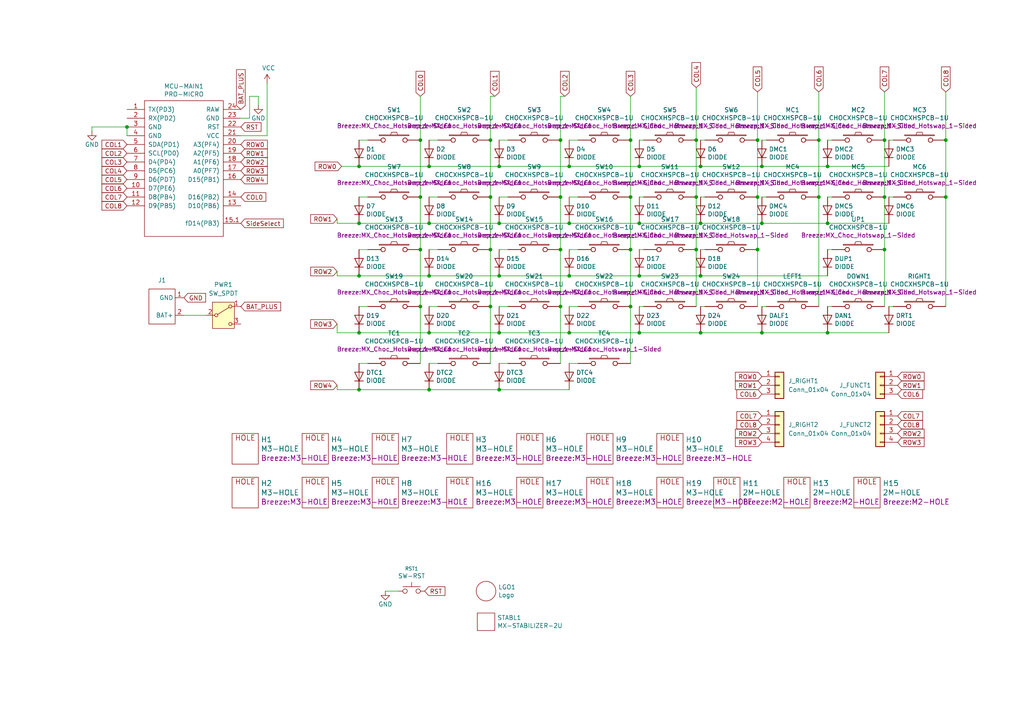
<source format=kicad_sch>
(kicad_sch (version 20231120) (generator "eeschema") (generator_version "8.0")
  (paper "A4")
  (title_block (title "Breeze") (date "2023-05-21") (rev "Rev1.2") (company "Afternoon Labs LLC"))
  (junction (at 256.54 40.64))
  (junction (at 144.78 113.03))
  (junction (at 256.54 72.39))
  (junction (at 142.24 40.64))
  (junction (at 256.54 57.15))
  (junction (at 219.71 72.39))
  (junction (at 142.24 57.15))
  (junction (at 144.78 96.52))
  (junction (at 240.03 96.52))
  (junction (at 185.42 96.52))
  (junction (at 220.98 48.26))
  (junction (at 144.78 80.01))
  (junction (at 182.88 40.64))
  (junction (at 219.71 40.64))
  (junction (at 219.71 57.15))
  (junction (at 165.1 80.01))
  (junction (at 165.1 96.52))
  (junction (at 124.46 113.03))
  (junction (at 274.32 40.64))
  (junction (at 220.98 96.52))
  (junction (at 182.88 88.9))
  (junction (at 121.92 57.15))
  (junction (at 240.03 64.77))
  (junction (at 162.56 72.39))
  (junction (at 201.93 72.39))
  (junction (at 220.98 64.77))
  (junction (at 165.1 64.77))
  (junction (at 142.24 72.39))
  (junction (at 185.42 64.77))
  (junction (at 203.2 80.01))
  (junction (at 124.46 80.01))
  (junction (at 104.14 80.01))
  (junction (at 124.46 96.52))
  (junction (at 203.2 48.26))
  (junction (at 104.14 64.77))
  (junction (at 124.46 64.77))
  (junction (at 165.1 48.26))
  (junction (at 121.92 72.39))
  (junction (at 240.03 48.26))
  (junction (at 203.2 96.52))
  (junction (at 121.92 88.9))
  (junction (at 144.78 64.77))
  (junction (at 182.88 72.39))
  (junction (at 182.88 57.15))
  (junction (at 104.14 48.26))
  (junction (at 203.2 64.77))
  (junction (at 185.42 80.01))
  (junction (at 142.24 88.9))
  (junction (at 185.42 48.26))
  (junction (at 237.49 40.64))
  (junction (at 144.78 48.26))
  (junction (at 274.32 57.15))
  (junction (at 162.56 88.9))
  (junction (at 36.83 36.83))
  (junction (at 104.14 96.52))
  (junction (at 162.56 57.15))
  (junction (at 237.49 57.15))
  (junction (at 201.93 57.15))
  (junction (at 162.56 40.64))
  (junction (at 201.93 40.64))
  (junction (at 124.46 48.26))
  (junction (at 104.14 113.03))
  (junction (at 121.92 40.64))
  (wire (pts (xy 220.98 64.77) (xy 203.2 64.77)))
  (wire (pts (xy 121.92 57.15) (xy 121.92 72.39)))
  (wire (pts (xy 36.83 36.83) (xy 26.67 36.83)))
  (wire (pts (xy 167.64 88.9) (xy 165.1 88.9)))
  (wire (pts (xy 99.06 48.26) (xy 104.14 48.26)))
  (wire (pts (xy 186.69 72.39) (xy 185.42 72.39)))
  (wire (pts (xy 185.42 48.26) (xy 165.1 48.26)))
  (wire (pts (xy 144.78 80.01) (xy 124.46 80.01)))
  (wire (pts (xy 162.56 88.9) (xy 162.56 72.39)))
  (wire (pts (xy 256.54 40.64) (xy 256.54 26.67)))
  (wire (pts (xy 219.71 40.64) (xy 219.71 57.15)))
  (wire (pts (xy 127 57.15) (xy 124.46 57.15)))
  (wire (pts (xy 106.68 72.39) (xy 104.14 72.39)))
  (wire (pts (xy 77.47 24.13) (xy 77.47 39.37)))
  (wire (pts (xy 104.14 64.77) (xy 97.79 64.77)))
  (wire (pts (xy 204.47 88.9) (xy 203.2 88.9)))
  (wire (pts (xy 165.1 113.03) (xy 144.78 113.03)))
  (wire (pts (xy 121.92 40.64) (xy 121.92 27.94)))
  (wire (pts (xy 147.32 105.41) (xy 144.78 105.41)))
  (wire (pts (xy 162.56 40.64) (xy 162.56 57.15)))
  (wire (pts (xy 259.08 40.64) (xy 257.81 40.64)))
  (wire (pts (xy 147.32 57.15) (xy 144.78 57.15)))
  (wire (pts (xy 147.32 40.64) (xy 144.78 40.64)))
  (wire (pts (xy 185.42 96.52) (xy 165.1 96.52)))
  (wire (pts (xy 257.81 64.77) (xy 240.03 64.77)))
  (wire (pts (xy 222.25 88.9) (xy 220.98 88.9)))
  (wire (pts (xy 259.08 88.9) (xy 257.81 88.9)))
  (wire (pts (xy 256.54 72.39) (xy 256.54 88.9)))
  (wire (pts (xy 182.88 40.64) (xy 182.88 57.15)))
  (wire (pts (xy 203.2 64.77) (xy 185.42 64.77)))
  (wire (pts (xy 106.68 57.15) (xy 104.14 57.15)))
  (wire (pts (xy 121.92 88.9) (xy 121.92 105.41)))
  (wire (pts (xy 121.92 40.64) (xy 121.92 57.15)))
  (wire (pts (xy 104.14 96.52) (xy 97.79 96.52)))
  (wire (pts (xy 167.64 40.64) (xy 165.1 40.64)))
  (wire (pts (xy 203.2 96.52) (xy 185.42 96.52)))
  (wire (pts (xy 204.47 72.39) (xy 203.2 72.39)))
  (wire (pts (xy 142.24 57.15) (xy 142.24 40.64)))
  (wire (pts (xy 124.46 80.01) (xy 104.14 80.01)))
  (wire (pts (xy 165.1 96.52) (xy 144.78 96.52)))
  (wire (pts (xy 124.46 96.52) (xy 104.14 96.52)))
  (wire (pts (xy 165.1 72.39) (xy 167.64 72.39)))
  (wire (pts (xy 203.2 80.01) (xy 185.42 80.01)))
  (wire (pts (xy 185.42 80.01) (xy 165.1 80.01)))
  (wire (pts (xy 127 40.64) (xy 124.46 40.64)))
  (wire (pts (xy 106.68 88.9) (xy 104.14 88.9)))
  (wire (pts (xy 257.81 48.26) (xy 240.03 48.26)))
  (wire (pts (xy 72.39 34.29) (xy 72.39 27.94)))
  (wire (pts (xy 165.1 80.01) (xy 144.78 80.01)))
  (wire (pts (xy 219.71 57.15) (xy 219.71 72.39)))
  (wire (pts (xy 220.98 48.26) (xy 203.2 48.26)))
  (wire (pts (xy 144.78 48.26) (xy 124.46 48.26)))
  (wire (pts (xy 142.24 105.41) (xy 142.24 88.9)))
  (wire (pts (xy 203.2 96.52) (xy 220.98 96.52)))
  (wire (pts (xy 142.24 88.9) (xy 142.24 72.39)))
  (wire (pts (xy 162.56 57.15) (xy 162.56 72.39)))
  (wire (pts (xy 222.25 40.64) (xy 220.98 40.64)))
  (wire (pts (xy 201.93 88.9) (xy 201.93 72.39)))
  (wire (pts (xy 124.46 88.9) (xy 127 88.9)))
  (wire (pts (xy 167.64 105.41) (xy 165.1 105.41)))
  (wire (pts (xy 256.54 40.64) (xy 256.54 57.15)))
  (wire (pts (xy 257.81 96.52) (xy 240.03 96.52)))
  (wire (pts (xy 26.67 36.83) (xy 26.67 38.1)))
  (wire (pts (xy 237.49 40.64) (xy 237.49 26.67)))
  (wire (pts (xy 182.88 40.64) (xy 182.88 27.94)))
  (wire (pts (xy 162.56 40.64) (xy 162.56 27.94)))
  (wire (pts (xy 147.32 72.39) (xy 144.78 72.39)))
  (wire (pts (xy 104.14 64.77) (xy 124.46 64.77)))
  (wire (pts (xy 241.3 88.9) (xy 240.03 88.9)))
  (wire (pts (xy 237.49 40.64) (xy 237.49 57.15)))
  (wire (pts (xy 241.3 40.64) (xy 240.03 40.64)))
  (wire (pts (xy 97.79 113.03) (xy 97.79 111.76)))
  (wire (pts (xy 142.24 72.39) (xy 142.24 57.15)))
  (wire (pts (xy 97.79 96.52) (xy 97.79 93.98)))
  (wire (pts (xy 185.42 88.9) (xy 186.69 88.9)))
  (wire (pts (xy 165.1 48.26) (xy 144.78 48.26)))
  (wire (pts (xy 186.69 40.64) (xy 185.42 40.64)))
  (wire (pts (xy 97.79 80.01) (xy 97.79 78.74)))
  (wire (pts (xy 97.79 64.77) (xy 97.79 63.5)))
  (wire (pts (xy 274.32 40.64) (xy 274.32 57.15)))
  (wire (pts (xy 162.56 105.41) (xy 162.56 88.9)))
  (wire (pts (xy 74.93 27.94) (xy 74.93 30.48)))
  (wire (pts (xy 203.2 48.26) (xy 185.42 48.26)))
  (wire (pts (xy 36.83 36.83) (xy 36.83 39.37)))
  (wire (pts (xy 53.34 91.44) (xy 59.69 91.44)))
  (wire (pts (xy 240.03 96.52) (xy 220.98 96.52)))
  (wire (pts (xy 124.46 113.03) (xy 144.78 113.03)))
  (wire (pts (xy 144.78 88.9) (xy 147.32 88.9)))
  (wire (pts (xy 201.93 40.64) (xy 201.93 25.4)))
  (wire (pts (xy 182.88 57.15) (xy 182.88 72.39)))
  (wire (pts (xy 127 72.39) (xy 124.46 72.39)))
  (wire (pts (xy 201.93 57.15) (xy 201.93 72.39)))
  (wire (pts (xy 69.85 34.29) (xy 72.39 34.29)))
  (wire (pts (xy 219.71 40.64) (xy 219.71 26.67)))
  (wire (pts (xy 69.85 39.37) (xy 77.47 39.37)))
  (wire (pts (xy 104.14 48.26) (xy 124.46 48.26)))
  (wire (pts (xy 241.3 72.39) (xy 240.03 72.39)))
  (wire (pts (xy 257.81 57.15) (xy 259.08 57.15)))
  (wire (pts (xy 72.39 27.94) (xy 74.93 27.94)))
  (wire (pts (xy 127 105.41) (xy 124.46 105.41)))
  (wire (pts (xy 185.42 64.77) (xy 165.1 64.77)))
  (wire (pts (xy 201.93 57.15) (xy 201.93 40.64)))
  (wire (pts (xy 104.14 80.01) (xy 97.79 80.01)))
  (wire (pts (xy 220.98 57.15) (xy 222.25 57.15)))
  (wire (pts (xy 204.47 40.64) (xy 203.2 40.64)))
  (wire (pts (xy 144.78 96.52) (xy 124.46 96.52)))
  (wire (pts (xy 104.14 113.03) (xy 124.46 113.03)))
  (wire (pts (xy 186.69 57.15) (xy 185.42 57.15)))
  (wire (pts (xy 167.64 57.15) (xy 165.1 57.15)))
  (wire (pts (xy 142.24 27.94) (xy 143.51 27.94)))
  (wire (pts (xy 203.2 57.15) (xy 204.47 57.15)))
  (wire (pts (xy 121.92 72.39) (xy 121.92 88.9)))
  (wire (pts (xy 182.88 88.9) (xy 182.88 72.39)))
  (wire (pts (xy 162.56 27.94) (xy 163.83 27.94)))
  (wire (pts (xy 240.03 80.01) (xy 203.2 80.01)))
  (wire (pts (xy 274.32 57.15) (xy 274.32 88.9)))
  (wire (pts (xy 219.71 72.39) (xy 219.71 88.9)))
  (wire (pts (xy 240.03 48.26) (xy 220.98 48.26)))
  (wire (pts (xy 182.88 88.9) (xy 182.88 105.41)))
  (wire (pts (xy 256.54 57.15) (xy 256.54 72.39)))
  (wire (pts (xy 240.03 64.77) (xy 220.98 64.77)))
  (wire (pts (xy 241.3 57.15) (xy 240.03 57.15)))
  (wire (pts (xy 104.14 105.41) (xy 106.68 105.41)))
  (wire (pts (xy 124.46 64.77) (xy 144.78 64.77)))
  (wire (pts (xy 237.49 88.9) (xy 237.49 57.15)))
  (wire (pts (xy 115.57 171.45) (xy 111.76 171.45)))
  (wire (pts (xy 165.1 64.77) (xy 144.78 64.77)))
  (wire (pts (xy 274.32 40.64) (xy 274.32 26.67)))
  (wire (pts (xy 104.14 113.03) (xy 97.79 113.03)))
  (wire (pts (xy 106.68 40.64) (xy 104.14 40.64)))
  (wire (pts (xy 142.24 40.64) (xy 142.24 27.94)))
  (global_label "RST" (shape input) (at 123.19 171.45 0) (property "Intersheetrefs" "${INTERSHEET_REFS}" (effects (hide yes))))
  (global_label "COL5" (shape input) (at 219.71 26.67 90) (property "Intersheetrefs" "${INTERSHEET_REFS}" (effects (hide yes))))
  (global_label "GND" (shape input) (at 53.34 86.36 0) (property "Intersheetrefs" "${INTERSHEET_REFS}" (effects (hide yes))))
  (global_label "ROW4" (shape input) (at 97.79 111.76 180) (property "Intersheetrefs" "${INTERSHEET_REFS}" (effects (hide yes))))
  (global_label "ROW4" (shape input) (at 69.85 52.07 0) (property "Intersheetrefs" "${INTERSHEET_REFS}" (effects (hide yes))))
  (global_label "COL8" (shape input) (at 36.83 59.69 180) (property "Intersheetrefs" "${INTERSHEET_REFS}" (effects (hide yes))))
  (global_label "COL2" (shape input) (at 163.83 27.94 90) (property "Intersheetrefs" "${INTERSHEET_REFS}" (effects (hide yes))))
  (global_label "ROW2" (shape input) (at 69.85 46.99 0) (property "Intersheetrefs" "${INTERSHEET_REFS}" (effects (hide yes))))
  (global_label "COL0" (shape input) (at 69.85 57.15 0) (property "Intersheetrefs" "${INTERSHEET_REFS}" (effects (hide yes))))
  (global_label "ROW1" (shape input) (at 220.98 111.76 180) (property "Intersheetrefs" "${INTERSHEET_REFS}" (effects (hide yes))))
  (global_label "ROW1" (shape input) (at 260.35 111.76 0) (property "Intersheetrefs" "${INTERSHEET_REFS}" (effects (hide yes))))
  (global_label "ROW2" (shape input) (at 260.35 125.73 0) (property "Intersheetrefs" "${INTERSHEET_REFS}" (effects (hide yes))))
  (global_label "ROW0" (shape input) (at 260.35 109.22 0) (property "Intersheetrefs" "${INTERSHEET_REFS}" (effects (hide yes))))
  (global_label "COL6" (shape input) (at 220.98 114.3 180) (property "Intersheetrefs" "${INTERSHEET_REFS}" (effects (hide yes))))
  (global_label "COL6" (shape input) (at 237.49 26.67 90) (property "Intersheetrefs" "${INTERSHEET_REFS}" (effects (hide yes))))
  (global_label "COL7" (shape input) (at 36.83 57.15 180) (property "Intersheetrefs" "${INTERSHEET_REFS}" (effects (hide yes))))
  (global_label "BAT_PLUS" (shape input) (at 69.85 88.9 0) (property "Intersheetrefs" "${INTERSHEET_REFS}" (effects (hide yes))))
  (global_label "COL0" (shape input) (at 121.92 27.94 90) (property "Intersheetrefs" "${INTERSHEET_REFS}" (effects (hide yes))))
  (global_label "ROW2" (shape input) (at 220.98 125.73 180) (property "Intersheetrefs" "${INTERSHEET_REFS}" (effects (hide yes))))
  (global_label "ROW1" (shape input) (at 69.85 44.45 0) (property "Intersheetrefs" "${INTERSHEET_REFS}" (effects (hide yes))))
  (global_label "SideSelect" (shape input) (at 69.85 64.77 0) (property "Intersheetrefs" "${INTERSHEET_REFS}" (effects (hide yes))))
  (global_label "COL4" (shape input) (at 201.93 25.4 90) (property "Intersheetrefs" "${INTERSHEET_REFS}" (effects (hide yes))))
  (global_label "ROW0" (shape input) (at 220.98 109.22 180) (property "Intersheetrefs" "${INTERSHEET_REFS}" (effects (hide yes))))
  (global_label "ROW0" (shape input) (at 99.06 48.26 180) (property "Intersheetrefs" "${INTERSHEET_REFS}" (effects (hide yes))))
  (global_label "COL4" (shape input) (at 36.83 49.53 180) (property "Intersheetrefs" "${INTERSHEET_REFS}" (effects (hide yes))))
  (global_label "ROW3" (shape input) (at 69.85 49.53 0) (property "Intersheetrefs" "${INTERSHEET_REFS}" (effects (hide yes))))
  (global_label "COL1" (shape input) (at 36.83 41.91 180) (property "Intersheetrefs" "${INTERSHEET_REFS}" (effects (hide yes))))
  (global_label "ROW2" (shape input) (at 97.79 78.74 180) (property "Intersheetrefs" "${INTERSHEET_REFS}" (effects (hide yes))))
  (global_label "COL7" (shape input) (at 220.98 120.65 180) (property "Intersheetrefs" "${INTERSHEET_REFS}" (effects (hide yes))))
  (global_label "COL6" (shape input) (at 36.83 54.61 180) (property "Intersheetrefs" "${INTERSHEET_REFS}" (effects (hide yes))))
  (global_label "ROW1" (shape input) (at 97.79 63.5 180) (property "Intersheetrefs" "${INTERSHEET_REFS}" (effects (hide yes))))
  (global_label "COL1" (shape input) (at 143.51 27.94 90) (property "Intersheetrefs" "${INTERSHEET_REFS}" (effects (hide yes))))
  (global_label "COL8" (shape input) (at 274.32 26.67 90) (property "Intersheetrefs" "${INTERSHEET_REFS}" (effects (hide yes))))
  (global_label "COL6" (shape input) (at 260.35 114.3 0) (property "Intersheetrefs" "${INTERSHEET_REFS}" (effects (hide yes))))
  (global_label "COL7" (shape input) (at 256.54 26.67 90) (property "Intersheetrefs" "${INTERSHEET_REFS}" (effects (hide yes))))
  (global_label "COL7" (shape input) (at 260.35 120.65 0) (property "Intersheetrefs" "${INTERSHEET_REFS}" (effects (hide yes))))
  (global_label "COL3" (shape input) (at 36.83 46.99 180) (property "Intersheetrefs" "${INTERSHEET_REFS}" (effects (hide yes))))
  (global_label "COL3" (shape input) (at 182.88 27.94 90) (property "Intersheetrefs" "${INTERSHEET_REFS}" (effects (hide yes))))
  (global_label "COL8" (shape input) (at 220.98 123.19 180) (property "Intersheetrefs" "${INTERSHEET_REFS}" (effects (hide yes))))
  (global_label "ROW3" (shape input) (at 220.98 128.27 180) (property "Intersheetrefs" "${INTERSHEET_REFS}" (effects (hide yes))))
  (global_label "COL8" (shape input) (at 260.35 123.19 0) (property "Intersheetrefs" "${INTERSHEET_REFS}" (effects (hide yes))))
  (global_label "ROW3" (shape input) (at 260.35 128.27 0) (property "Intersheetrefs" "${INTERSHEET_REFS}" (effects (hide yes))))
  (global_label "ROW0" (shape input) (at 69.85 41.91 0) (property "Intersheetrefs" "${INTERSHEET_REFS}" (effects (hide yes))))
  (global_label "BAT_PLUS" (shape input) (at 69.85 31.75 90) (property "Intersheetrefs" "${INTERSHEET_REFS}" (effects (hide yes))))
  (global_label "RST" (shape input) (at 69.85 36.83 0) (property "Intersheetrefs" "${INTERSHEET_REFS}" (effects (hide yes))))
  (global_label "COL2" (shape input) (at 36.83 44.45 180) (property "Intersheetrefs" "${INTERSHEET_REFS}" (effects (hide yes))))
  (global_label "COL5" (shape input) (at 36.83 52.07 180) (property "Intersheetrefs" "${INTERSHEET_REFS}" (effects (hide yes))))
  (global_label "ROW3" (shape input) (at 97.79 93.98 180) (property "Intersheetrefs" "${INTERSHEET_REFS}" (effects (hide yes))))
  (symbol (lib_id "Breeze-rescue:ProMicro-Merkaba_Rev0-rescue-Breeze-rescue") (at 53.34 45.72 0) (unit 1)
    (property "Reference" "MCU-MAIN1" (at 53.34 25.019 0))
    (property "Value" "PRO-MICRO" (at 53.34 27.3304 0))
    (property "Footprint" "Breeze:ProMicro_1-Sided" (effects (hide yes)))
  )
  (symbol (lib_id "power:GND") (at 26.67 38.1 0) (unit 1)
    (property "Reference" "#PWR0101" (effects (hide yes)))
    (property "Value" "GND" (at 26.67 41.91 0))
  )
  (symbol (lib_id "power:VCC") (at 77.47 24.13 0) (unit 1)
    (property "Reference" "#PWR0102" (effects (hide yes)))
    (property "Value" "VCC" (at 77.9018 19.7358 0))
  )
  (symbol (lib_id "Breeze-rescue:SW_RST-Lily58-cache-Merkaba_Rev0-rescue-Breeze-rescue") (at 119.38 171.45 0) (unit 1)
    (property "Reference" "RST1" (at 119.38 164.9476 0) (effects (font (size 1.016 1.016))))
    (property "Value" "SW-RST" (at 119.38 167.0558 0))
    (property "Footprint" "Button_Switch_SMD:SW_SPST_TL3342" (effects (hide yes)))
    (property "LCSC" "C2886897" (effects (hide yes)))
  )
  (symbol (lib_id "power:GND") (at 111.76 171.45 0) (unit 1)
    (property "Reference" "#PWR0103" (effects (hide yes)))
    (property "Value" "GND" (at 111.76 175.26 0))
  )
  (symbol (lib_id "Breeze-rescue:CHOCXHSPCB-1U-cache-Merkaba_Rev0-rescue-Breeze-rescue") (at 114.3 40.64 0) (unit 1)
    (property "Reference" "SW1" (at 114.3 31.877 0))
    (property "Value" "CHOCXHSPCB-1U" (at 114.3 34.1884 0))
    (property "Footprint" "Breeze:MX_Choc_Hotswap_1-Sided" (at 114.3 36.4998 0))
    (property "LCSC" "C41430893" (effects (hide yes)))
  )
  (symbol (lib_id "Breeze-rescue:CHOCXHSPCB-1U-cache-Merkaba_Rev0-rescue-Breeze-rescue") (at 134.62 40.64 0) (unit 1)
    (property "Reference" "SW2" (at 134.62 31.877 0))
    (property "Value" "CHOCXHSPCB-1U" (at 134.62 34.1884 0))
    (property "Footprint" "Breeze:MX_Choc_Hotswap_1-Sided" (at 134.62 36.4998 0))
    (property "LCSC" "C41430893" (effects (hide yes)))
  )
  (symbol (lib_id "Breeze-rescue:CHOCXHSPCB-1U-cache-Merkaba_Rev0-rescue-Breeze-rescue") (at 154.94 40.64 0) (unit 1)
    (property "Reference" "SW3" (at 154.94 31.877 0))
    (property "Value" "CHOCXHSPCB-1U" (at 154.94 34.1884 0))
    (property "Footprint" "Breeze:MX_Choc_Hotswap_1-Sided" (at 154.94 36.4998 0))
    (property "LCSC" "C41430893" (effects (hide yes)))
  )
  (symbol (lib_id "Breeze-rescue:CHOCXHSPCB-1U-cache-Merkaba_Rev0-rescue-Breeze-rescue") (at 175.26 40.64 0) (unit 1)
    (property "Reference" "SW4" (at 175.26 31.877 0))
    (property "Value" "CHOCXHSPCB-1U" (at 175.26 34.1884 0))
    (property "Footprint" "Breeze:MX_Choc_Hotswap_1-Sided" (at 175.26 36.4998 0))
    (property "LCSC" "C41430893" (effects (hide yes)))
  )
  (symbol (lib_id "Breeze-rescue:CHOCXHSPCB-1U-cache-Merkaba_Rev0-rescue-Breeze-rescue") (at 194.31 40.64 0) (unit 1)
    (property "Reference" "SW5" (at 194.31 31.877 0))
    (property "Value" "CHOCXHSPCB-1U" (at 194.31 34.1884 0))
    (property "Footprint" "Breeze:MX_Choc_Hotswap_1-Sided" (at 194.31 36.4998 0))
    (property "LCSC" "C41430893" (effects (hide yes)))
  )
  (symbol (lib_id "Breeze-rescue:CHOCXHSPCB-1U-cache-Merkaba_Rev0-rescue-Breeze-rescue") (at 212.09 40.64 0) (unit 1)
    (property "Reference" "SW6" (at 212.09 31.877 0))
    (property "Value" "CHOCXHSPCB-1U" (at 212.09 34.1884 0))
    (property "Footprint" "Breeze:MX_Choc_Hotswap_1-Sided" (at 212.09 36.4998 0))
    (property "LCSC" "C41430893" (effects (hide yes)))
  )
  (symbol (lib_id "Breeze-rescue:CHOCXHSPCB-1U-cache-Merkaba_Rev0-rescue-Breeze-rescue") (at 229.87 40.64 0) (unit 1)
    (property "Reference" "MC1" (at 229.87 31.877 0))
    (property "Value" "CHOCXHSPCB-1U" (at 229.87 34.1884 0))
    (property "Footprint" "Breeze:MX_Choc_Hotswap_1-Sided" (at 229.87 36.4998 0))
    (property "LCSC" "C41430893" (effects (hide yes)))
  )
  (symbol (lib_id "Breeze-rescue:CHOCXHSPCB-1U-cache-Merkaba_Rev0-rescue-Breeze-rescue") (at 248.92 40.64 0) (unit 1)
    (property "Reference" "MC2" (at 248.92 31.877 0))
    (property "Value" "CHOCXHSPCB-1U" (at 248.92 34.1884 0))
    (property "Footprint" "Breeze:MX_Choc_Hotswap_1-Sided" (at 248.92 36.4998 0))
    (property "LCSC" "C41430893" (effects (hide yes)))
  )
  (symbol (lib_id "Breeze-rescue:CHOCXHSPCB-1U-cache-Merkaba_Rev0-rescue-Breeze-rescue") (at 266.7 40.64 0) (unit 1)
    (property "Reference" "MC3" (at 266.7 31.877 0))
    (property "Value" "CHOCXHSPCB-1U" (at 266.7 34.1884 0))
    (property "Footprint" "Breeze:MX_Choc_Hotswap_1-Sided" (at 266.7 36.4998 0))
    (property "LCSC" "C41430893" (effects (hide yes)))
  )
  (symbol (lib_id "Breeze-rescue:CHOCXHSPCB-1U-cache-Merkaba_Rev0-rescue-Breeze-rescue") (at 114.3 57.15 0) (unit 1)
    (property "Reference" "SW7" (at 114.3 48.387 0))
    (property "Value" "CHOCXHSPCB-1U" (at 114.3 50.6984 0))
    (property "Footprint" "Breeze:MX_Choc_Hotswap_1-Sided" (at 114.3 53.0098 0))
    (property "LCSC" "C41430893" (effects (hide yes)))
  )
  (symbol (lib_id "Breeze-rescue:CHOCXHSPCB-1U-cache-Merkaba_Rev0-rescue-Breeze-rescue") (at 134.62 57.15 0) (unit 1)
    (property "Reference" "SW8" (at 134.62 48.387 0))
    (property "Value" "CHOCXHSPCB-1U" (at 134.62 50.6984 0))
    (property "Footprint" "Breeze:MX_Choc_Hotswap_1-Sided" (at 134.62 53.0098 0))
    (property "LCSC" "C41430893" (effects (hide yes)))
  )
  (symbol (lib_id "Breeze-rescue:CHOCXHSPCB-1U-cache-Merkaba_Rev0-rescue-Breeze-rescue") (at 154.94 57.15 0) (unit 1)
    (property "Reference" "SW9" (at 154.94 48.387 0))
    (property "Value" "CHOCXHSPCB-1U" (at 154.94 50.6984 0))
    (property "Footprint" "Breeze:MX_Choc_Hotswap_1-Sided" (at 154.94 53.0098 0))
    (property "LCSC" "C41430893" (effects (hide yes)))
  )
  (symbol (lib_id "Breeze-rescue:CHOCXHSPCB-1U-cache-Merkaba_Rev0-rescue-Breeze-rescue") (at 175.26 57.15 0) (unit 1)
    (property "Reference" "SW10" (at 175.26 48.387 0))
    (property "Value" "CHOCXHSPCB-1U" (at 175.26 50.6984 0))
    (property "Footprint" "Breeze:MX_Choc_Hotswap_1-Sided" (at 175.26 53.0098 0))
    (property "LCSC" "C41430893" (effects (hide yes)))
  )
  (symbol (lib_id "Breeze-rescue:CHOCXHSPCB-1U-cache-Merkaba_Rev0-rescue-Breeze-rescue") (at 194.31 57.15 0) (unit 1)
    (property "Reference" "SW11" (at 194.31 48.387 0))
    (property "Value" "CHOCXHSPCB-1U" (at 194.31 50.6984 0))
    (property "Footprint" "Breeze:MX_Choc_Hotswap_1-Sided" (at 194.31 53.0098 0))
    (property "LCSC" "C41430893" (effects (hide yes)))
  )
  (symbol (lib_id "Breeze-rescue:CHOCXHSPCB-1U-cache-Merkaba_Rev0-rescue-Breeze-rescue") (at 212.09 57.15 0) (unit 1)
    (property "Reference" "SW12" (at 212.09 48.387 0))
    (property "Value" "CHOCXHSPCB-1U" (at 212.09 50.6984 0))
    (property "Footprint" "Breeze:MX_Choc_Hotswap_1-Sided" (at 212.09 53.0098 0))
    (property "LCSC" "C41430893" (effects (hide yes)))
  )
  (symbol (lib_id "Breeze-rescue:CHOCXHSPCB-1U-cache-Merkaba_Rev0-rescue-Breeze-rescue") (at 229.87 57.15 0) (unit 1)
    (property "Reference" "MC4" (at 229.87 48.387 0))
    (property "Value" "CHOCXHSPCB-1U" (at 229.87 50.6984 0))
    (property "Footprint" "Breeze:MX_Choc_Hotswap_1-Sided" (at 229.87 53.0098 0))
    (property "LCSC" "C41430893" (effects (hide yes)))
  )
  (symbol (lib_id "Breeze-rescue:CHOCXHSPCB-1U-cache-Merkaba_Rev0-rescue-Breeze-rescue") (at 248.92 57.15 0) (unit 1)
    (property "Reference" "MC5" (at 248.92 48.387 0))
    (property "Value" "CHOCXHSPCB-1U" (at 248.92 50.6984 0))
    (property "Footprint" "Breeze:MX_Choc_Hotswap_1-Sided" (at 248.92 53.0098 0))
    (property "LCSC" "C41430893" (effects (hide yes)))
  )
  (symbol (lib_id "Breeze-rescue:CHOCXHSPCB-1U-cache-Merkaba_Rev0-rescue-Breeze-rescue") (at 266.7 57.15 0) (unit 1)
    (property "Reference" "MC6" (at 266.7 48.387 0))
    (property "Value" "CHOCXHSPCB-1U" (at 266.7 50.6984 0))
    (property "Footprint" "Breeze:MX_Choc_Hotswap_1-Sided" (at 266.7 53.0098 0))
    (property "LCSC" "C41430893" (effects (hide yes)))
  )
  (symbol (lib_id "Breeze-rescue:CHOCXHSPCB-1U-cache-Merkaba_Rev0-rescue-Breeze-rescue") (at 114.3 72.39 0) (unit 1)
    (property "Reference" "SW13" (at 114.3 63.627 0))
    (property "Value" "CHOCXHSPCB-1U" (at 114.3 65.9384 0))
    (property "Footprint" "Breeze:MX_Choc_Hotswap_1-Sided" (at 114.3 68.2498 0))
    (property "LCSC" "C41430893" (effects (hide yes)))
  )
  (symbol (lib_id "Breeze-rescue:CHOCXHSPCB-1U-cache-Merkaba_Rev0-rescue-Breeze-rescue") (at 134.62 72.39 0) (unit 1)
    (property "Reference" "SW14" (at 134.62 63.627 0))
    (property "Value" "CHOCXHSPCB-1U" (at 134.62 65.9384 0))
    (property "Footprint" "Breeze:MX_Choc_Hotswap_1-Sided" (at 134.62 68.2498 0))
    (property "LCSC" "C41430893" (effects (hide yes)))
  )
  (symbol (lib_id "Breeze-rescue:CHOCXHSPCB-1U-cache-Merkaba_Rev0-rescue-Breeze-rescue") (at 154.94 72.39 0) (unit 1)
    (property "Reference" "SW15" (at 154.94 63.627 0))
    (property "Value" "CHOCXHSPCB-1U" (at 154.94 65.9384 0))
    (property "Footprint" "Breeze:MX_Choc_Hotswap_1-Sided" (at 154.94 68.2498 0))
    (property "LCSC" "C41430893" (effects (hide yes)))
  )
  (symbol (lib_id "Breeze-rescue:CHOCXHSPCB-1U-cache-Merkaba_Rev0-rescue-Breeze-rescue") (at 175.26 72.39 0) (unit 1)
    (property "Reference" "SW16" (at 175.26 63.627 0))
    (property "Value" "CHOCXHSPCB-1U" (at 175.26 65.9384 0))
    (property "Footprint" "Breeze:MX_Choc_Hotswap_1-Sided" (at 175.26 68.2498 0))
    (property "LCSC" "C41430893" (effects (hide yes)))
  )
  (symbol (lib_id "Breeze-rescue:CHOCXHSPCB-1U-cache-Merkaba_Rev0-rescue-Breeze-rescue") (at 194.31 72.39 0) (unit 1)
    (property "Reference" "SW17" (at 194.31 63.627 0))
    (property "Value" "CHOCXHSPCB-1U" (at 194.31 65.9384 0))
    (property "Footprint" "Breeze:MX_Choc_Hotswap_1-Sided" (at 194.31 68.2498 0))
    (property "LCSC" "C41430893" (effects (hide yes)))
  )
  (symbol (lib_id "Breeze-rescue:CHOCXHSPCB-1U-cache-Merkaba_Rev0-rescue-Breeze-rescue") (at 212.09 72.39 0) (unit 1)
    (property "Reference" "SW18" (at 212.09 63.627 0))
    (property "Value" "CHOCXHSPCB-1U" (at 212.09 65.9384 0))
    (property "Footprint" "Breeze:MX_Choc_Hotswap_1-Sided" (at 212.09 68.2498 0))
    (property "LCSC" "C41430893" (effects (hide yes)))
  )
  (symbol (lib_id "Breeze-rescue:CHOCXHSPCB-1U-cache-Merkaba_Rev0-rescue-Breeze-rescue") (at 248.92 72.39 0) (unit 1)
    (property "Reference" "UP1" (at 248.92 63.627 0))
    (property "Value" "CHOCXHSPCB-1U" (at 248.92 65.9384 0))
    (property "Footprint" "Breeze:MX_Choc_Hotswap_1-Sided" (at 248.92 68.2498 0))
    (property "LCSC" "C41430893" (effects (hide yes)))
  )
  (symbol (lib_id "Breeze-rescue:CHOCXHSPCB-1U-cache-Merkaba_Rev0-rescue-Breeze-rescue") (at 114.3 88.9 0) (unit 1)
    (property "Reference" "SW19" (at 114.3 80.137 0))
    (property "Value" "CHOCXHSPCB-1U" (at 114.3 82.4484 0))
    (property "Footprint" "Breeze:MX_Choc_Hotswap_1-Sided" (at 114.3 84.7598 0))
    (property "LCSC" "C41430893" (effects (hide yes)))
  )
  (symbol (lib_id "Breeze-rescue:CHOCXHSPCB-1U-cache-Merkaba_Rev0-rescue-Breeze-rescue") (at 134.62 88.9 0) (unit 1)
    (property "Reference" "SW20" (at 134.62 80.137 0))
    (property "Value" "CHOCXHSPCB-1U" (at 134.62 82.4484 0))
    (property "Footprint" "Breeze:MX_Choc_Hotswap_1-Sided" (at 134.62 84.7598 0))
    (property "LCSC" "C41430893" (effects (hide yes)))
  )
  (symbol (lib_id "Breeze-rescue:CHOCXHSPCB-1U-cache-Merkaba_Rev0-rescue-Breeze-rescue") (at 154.94 88.9 0) (unit 1)
    (property "Reference" "SW21" (at 154.94 80.137 0))
    (property "Value" "CHOCXHSPCB-1U" (at 154.94 82.4484 0))
    (property "Footprint" "Breeze:MX_Choc_Hotswap_1-Sided" (at 154.94 84.7598 0))
    (property "LCSC" "C41430893" (effects (hide yes)))
  )
  (symbol (lib_id "Breeze-rescue:CHOCXHSPCB-1U-cache-Merkaba_Rev0-rescue-Breeze-rescue") (at 175.26 88.9 0) (unit 1)
    (property "Reference" "SW22" (at 175.26 80.137 0))
    (property "Value" "CHOCXHSPCB-1U" (at 175.26 82.4484 0))
    (property "Footprint" "Breeze:MX_Choc_Hotswap_1-Sided" (at 175.26 84.7598 0))
    (property "LCSC" "C41430893" (effects (hide yes)))
  )
  (symbol (lib_id "Breeze-rescue:CHOCXHSPCB-1U-cache-Merkaba_Rev0-rescue-Breeze-rescue") (at 194.31 88.9 0) (unit 1)
    (property "Reference" "SW23" (at 194.31 80.137 0))
    (property "Value" "CHOCXHSPCB-1U" (at 194.31 82.4484 0))
    (property "Footprint" "Breeze:MX_Choc_Hotswap_1-Sided" (at 194.31 84.7598 0))
    (property "LCSC" "C41430893" (effects (hide yes)))
  )
  (symbol (lib_id "Breeze-rescue:CHOCXHSPCB-1U-cache-Merkaba_Rev0-rescue-Breeze-rescue") (at 212.09 88.9 0) (unit 1)
    (property "Reference" "SW24" (at 212.09 80.137 0))
    (property "Value" "CHOCXHSPCB-1U" (at 212.09 82.4484 0))
    (property "Footprint" "Breeze:MX_Choc_Hotswap_1-Sided" (at 212.09 84.7598 0))
    (property "LCSC" "C41430893" (effects (hide yes)))
  )
  (symbol (lib_id "Breeze-rescue:CHOCXHSPCB-1U-cache-Merkaba_Rev0-rescue-Breeze-rescue") (at 229.87 88.9 0) (unit 1)
    (property "Reference" "LEFT1" (at 229.87 80.137 0))
    (property "Value" "CHOCXHSPCB-1U" (at 229.87 82.4484 0))
    (property "Footprint" "Breeze:MX_Choc_Hotswap_1-Sided" (at 229.87 84.7598 0))
    (property "LCSC" "C41430893" (effects (hide yes)))
  )
  (symbol (lib_id "Breeze-rescue:CHOCXHSPCB-1U-cache-Merkaba_Rev0-rescue-Breeze-rescue") (at 248.92 88.9 0) (unit 1)
    (property "Reference" "DOWN1" (at 248.92 80.137 0))
    (property "Value" "CHOCXHSPCB-1U" (at 248.92 82.4484 0))
    (property "Footprint" "Breeze:MX_Choc_Hotswap_1-Sided" (at 248.92 84.7598 0))
    (property "LCSC" "C41430893" (effects (hide yes)))
  )
  (symbol (lib_id "Breeze-rescue:CHOCXHSPCB-1U-cache-Merkaba_Rev0-rescue-Breeze-rescue") (at 266.7 88.9 0) (unit 1)
    (property "Reference" "RIGHT1" (at 266.7 80.137 0))
    (property "Value" "CHOCXHSPCB-1U" (at 266.7 82.4484 0))
    (property "Footprint" "Breeze:MX_Choc_Hotswap_1-Sided" (at 266.7 84.7598 0))
    (property "LCSC" "C41430893" (effects (hide yes)))
  )
  (symbol (lib_id "Breeze-rescue:CHOCXHSPCB-1U-cache-Merkaba_Rev0-rescue-Breeze-rescue") (at 114.3 105.41 0) (unit 1)
    (property "Reference" "TC1" (at 114.3 96.647 0))
    (property "Value" "CHOCXHSPCB-1U" (at 114.3 98.9584 0))
    (property "Footprint" "Breeze:MX_Choc_Hotswap_1-Sided" (at 114.3 101.2698 0))
    (property "LCSC" "C41430893" (effects (hide yes)))
  )
  (symbol (lib_id "Breeze-rescue:CHOCXHSPCB-1U-cache-Merkaba_Rev0-rescue-Breeze-rescue") (at 134.62 105.41 0) (unit 1)
    (property "Reference" "TC2" (at 134.62 96.647 0))
    (property "Value" "CHOCXHSPCB-1U" (at 134.62 98.9584 0))
    (property "Footprint" "Breeze:MX_Choc_Hotswap_1-Sided" (at 134.62 101.2698 0))
    (property "LCSC" "C41430893" (effects (hide yes)))
  )
  (symbol (lib_id "Breeze-rescue:CHOCXHSPCB-1U-cache-Merkaba_Rev0-rescue-Breeze-rescue") (at 154.94 105.41 0) (unit 1)
    (property "Reference" "TC3" (at 154.94 96.647 0))
    (property "Value" "CHOCXHSPCB-1U" (at 154.94 98.9584 0))
    (property "Footprint" "Breeze:MX_Choc_Hotswap_1-Sided" (at 154.94 101.2698 0))
    (property "LCSC" "C41430893" (effects (hide yes)))
  )
  (symbol (lib_id "Breeze-rescue:CHOCXHSPCB-1U-cache-Merkaba_Rev0-rescue-Breeze-rescue") (at 175.26 105.41 0) (unit 1)
    (property "Reference" "TC4" (at 175.26 96.647 0))
    (property "Value" "CHOCXHSPCB-1U" (at 175.26 98.9584 0))
    (property "Footprint" "Breeze:MX_Choc_Hotswap_1-Sided" (at 175.26 101.2698 0))
    (property "LCSC" "C41430893" (effects (hide yes)))
  )
  (symbol (lib_id "Breeze-rescue:Diode-cache-Merkaba_Rev0-rescue-Breeze-rescue") (at 104.14 44.45 90) (unit 1)
    (property "Reference" "D1" (at 106.1466 43.2816 90) (effects (justify right)))
    (property "Value" "DIODE" (at 106.1466 45.593 90) (effects (justify right)))
    (property "Footprint" "Breeze:SOD-123FL" (effects (hide yes)))
    (property "LCSC" "C64898" (effects (hide yes)))
  )
  (symbol (lib_id "Breeze-rescue:Diode-cache-Merkaba_Rev0-rescue-Breeze-rescue") (at 124.46 44.45 90) (unit 1)
    (property "Reference" "D2" (at 126.4666 43.2816 90) (effects (justify right)))
    (property "Value" "DIODE" (at 126.4666 45.593 90) (effects (justify right)))
    (property "Footprint" "Breeze:SOD-123FL" (effects (hide yes)))
    (property "LCSC" "C64898" (effects (hide yes)))
  )
  (symbol (lib_id "Breeze-rescue:Diode-cache-Merkaba_Rev0-rescue-Breeze-rescue") (at 144.78 44.45 90) (unit 1)
    (property "Reference" "D3" (at 146.7866 43.2816 90) (effects (justify right)))
    (property "Value" "DIODE" (at 146.7866 45.593 90) (effects (justify right)))
    (property "Footprint" "Breeze:SOD-123FL" (effects (hide yes)))
    (property "LCSC" "C64898" (effects (hide yes)))
  )
  (symbol (lib_id "Breeze-rescue:Diode-cache-Merkaba_Rev0-rescue-Breeze-rescue") (at 165.1 44.45 90) (unit 1)
    (property "Reference" "D4" (at 167.1066 43.2816 90) (effects (justify right)))
    (property "Value" "DIODE" (at 167.1066 45.593 90) (effects (justify right)))
    (property "Footprint" "Breeze:SOD-123FL" (effects (hide yes)))
    (property "LCSC" "C64898" (effects (hide yes)))
  )
  (symbol (lib_id "Breeze-rescue:Diode-cache-Merkaba_Rev0-rescue-Breeze-rescue") (at 185.42 44.45 90) (unit 1)
    (property "Reference" "D5" (at 187.4266 43.2816 90) (effects (justify right)))
    (property "Value" "DIODE" (at 187.4266 45.593 90) (effects (justify right)))
    (property "Footprint" "Breeze:SOD-123FL" (effects (hide yes)))
    (property "LCSC" "C64898" (effects (hide yes)))
  )
  (symbol (lib_id "Breeze-rescue:Diode-cache-Merkaba_Rev0-rescue-Breeze-rescue") (at 220.98 44.45 90) (unit 1)
    (property "Reference" "DMC1" (at 222.9866 43.2816 90) (effects (justify right)))
    (property "Value" "DIODE" (at 222.9866 45.593 90) (effects (justify right)))
    (property "Footprint" "Breeze:SOD-123FL" (effects (hide yes)))
    (property "LCSC" "C64898" (effects (hide yes)))
  )
  (symbol (lib_id "Breeze-rescue:Diode-cache-Merkaba_Rev0-rescue-Breeze-rescue") (at 240.03 44.45 90) (unit 1)
    (property "Reference" "DMC2" (at 242.0366 43.2816 90) (effects (justify right)))
    (property "Value" "DIODE" (at 242.0366 45.593 90) (effects (justify right)))
    (property "Footprint" "Breeze:SOD-123FL" (effects (hide yes)))
    (property "LCSC" "C64898" (effects (hide yes)))
  )
  (symbol (lib_id "Breeze-rescue:Diode-cache-Merkaba_Rev0-rescue-Breeze-rescue") (at 203.2 44.45 90) (unit 1)
    (property "Reference" "D6" (at 205.2066 43.2816 90) (effects (justify right)))
    (property "Value" "DIODE" (at 205.2066 45.593 90) (effects (justify right)))
    (property "Footprint" "Breeze:SOD-123FL" (effects (hide yes)))
    (property "LCSC" "C64898" (effects (hide yes)))
  )
  (symbol (lib_id "Breeze-rescue:Diode-cache-Merkaba_Rev0-rescue-Breeze-rescue") (at 257.81 44.45 90) (unit 1)
    (property "Reference" "DMC3" (at 259.8166 43.2816 90) (effects (justify right)))
    (property "Value" "DIODE" (at 259.8166 45.593 90) (effects (justify right)))
    (property "Footprint" "Breeze:SOD-123FL" (effects (hide yes)))
    (property "LCSC" "C64898" (effects (hide yes)))
  )
  (symbol (lib_id "Breeze-rescue:Diode-cache-Merkaba_Rev0-rescue-Breeze-rescue") (at 104.14 60.96 90) (unit 1)
    (property "Reference" "D7" (at 106.1466 59.7916 90) (effects (justify right)))
    (property "Value" "DIODE" (at 106.1466 62.103 90) (effects (justify right)))
    (property "Footprint" "Breeze:SOD-123FL" (effects (hide yes)))
    (property "LCSC" "C64898" (effects (hide yes)))
  )
  (symbol (lib_id "Breeze-rescue:Diode-cache-Merkaba_Rev0-rescue-Breeze-rescue") (at 124.46 60.96 90) (unit 1)
    (property "Reference" "D8" (at 126.4666 59.7916 90) (effects (justify right)))
    (property "Value" "DIODE" (at 126.4666 62.103 90) (effects (justify right)))
    (property "Footprint" "Breeze:SOD-123FL" (effects (hide yes)))
    (property "LCSC" "C64898" (effects (hide yes)))
  )
  (symbol (lib_id "Breeze-rescue:Diode-cache-Merkaba_Rev0-rescue-Breeze-rescue") (at 144.78 60.96 90) (unit 1)
    (property "Reference" "D9" (at 146.7866 59.7916 90) (effects (justify right)))
    (property "Value" "DIODE" (at 146.7866 62.103 90) (effects (justify right)))
    (property "Footprint" "Breeze:SOD-123FL" (effects (hide yes)))
    (property "LCSC" "C64898" (effects (hide yes)))
  )
  (symbol (lib_id "Breeze-rescue:Diode-cache-Merkaba_Rev0-rescue-Breeze-rescue") (at 165.1 60.96 90) (unit 1)
    (property "Reference" "D10" (at 167.1066 59.7916 90) (effects (justify right)))
    (property "Value" "DIODE" (at 167.1066 62.103 90) (effects (justify right)))
    (property "Footprint" "Breeze:SOD-123FL" (effects (hide yes)))
    (property "LCSC" "C64898" (effects (hide yes)))
  )
  (symbol (lib_id "Breeze-rescue:Diode-cache-Merkaba_Rev0-rescue-Breeze-rescue") (at 185.42 60.96 90) (unit 1)
    (property "Reference" "D11" (at 187.4266 59.7916 90) (effects (justify right)))
    (property "Value" "DIODE" (at 187.4266 62.103 90) (effects (justify right)))
    (property "Footprint" "Breeze:SOD-123FL" (effects (hide yes)))
    (property "LCSC" "C64898" (effects (hide yes)))
  )
  (symbol (lib_id "Breeze-rescue:Diode-cache-Merkaba_Rev0-rescue-Breeze-rescue") (at 220.98 60.96 90) (unit 1)
    (property "Reference" "DMC4" (at 222.9866 59.7916 90) (effects (justify right)))
    (property "Value" "DIODE" (at 222.9866 62.103 90) (effects (justify right)))
    (property "Footprint" "Breeze:SOD-123FL" (effects (hide yes)))
    (property "LCSC" "C64898" (effects (hide yes)))
  )
  (symbol (lib_id "Breeze-rescue:Diode-cache-Merkaba_Rev0-rescue-Breeze-rescue") (at 240.03 60.96 90) (unit 1)
    (property "Reference" "DMC5" (at 242.0366 59.7916 90) (effects (justify right)))
    (property "Value" "DIODE" (at 242.0366 62.103 90) (effects (justify right)))
    (property "Footprint" "Breeze:SOD-123FL" (effects (hide yes)))
    (property "LCSC" "C64898" (effects (hide yes)))
  )
  (symbol (lib_id "Breeze-rescue:Diode-cache-Merkaba_Rev0-rescue-Breeze-rescue") (at 203.2 60.96 90) (unit 1)
    (property "Reference" "D12" (at 205.2066 59.7916 90) (effects (justify right)))
    (property "Value" "DIODE" (at 205.2066 62.103 90) (effects (justify right)))
    (property "Footprint" "Breeze:SOD-123FL" (effects (hide yes)))
    (property "LCSC" "C64898" (effects (hide yes)))
  )
  (symbol (lib_id "Breeze-rescue:Diode-cache-Merkaba_Rev0-rescue-Breeze-rescue") (at 257.81 60.96 90) (unit 1)
    (property "Reference" "DMC6" (at 259.8166 59.7916 90) (effects (justify right)))
    (property "Value" "DIODE" (at 259.8166 62.103 90) (effects (justify right)))
    (property "Footprint" "Breeze:SOD-123FL" (effects (hide yes)))
    (property "LCSC" "C64898" (effects (hide yes)))
  )
  (symbol (lib_id "Breeze-rescue:Diode-cache-Merkaba_Rev0-rescue-Breeze-rescue") (at 104.14 76.2 90) (unit 1)
    (property "Reference" "D13" (at 106.1466 75.0316 90) (effects (justify right)))
    (property "Value" "DIODE" (at 106.1466 77.343 90) (effects (justify right)))
    (property "Footprint" "Breeze:SOD-123FL" (effects (hide yes)))
    (property "LCSC" "C64898" (effects (hide yes)))
  )
  (symbol (lib_id "Breeze-rescue:Diode-cache-Merkaba_Rev0-rescue-Breeze-rescue") (at 124.46 76.2 90) (unit 1)
    (property "Reference" "D14" (at 126.4666 75.0316 90) (effects (justify right)))
    (property "Value" "DIODE" (at 126.4666 77.343 90) (effects (justify right)))
    (property "Footprint" "Breeze:SOD-123FL" (effects (hide yes)))
    (property "LCSC" "C64898" (effects (hide yes)))
  )
  (symbol (lib_id "Breeze-rescue:Diode-cache-Merkaba_Rev0-rescue-Breeze-rescue") (at 144.78 76.2 90) (unit 1)
    (property "Reference" "D15" (at 146.7866 75.0316 90) (effects (justify right)))
    (property "Value" "DIODE" (at 146.7866 77.343 90) (effects (justify right)))
    (property "Footprint" "Breeze:SOD-123FL" (effects (hide yes)))
    (property "LCSC" "C64898" (effects (hide yes)))
  )
  (symbol (lib_id "Breeze-rescue:Diode-cache-Merkaba_Rev0-rescue-Breeze-rescue") (at 165.1 76.2 90) (unit 1)
    (property "Reference" "D16" (at 167.1066 75.0316 90) (effects (justify right)))
    (property "Value" "DIODE" (at 167.1066 77.343 90) (effects (justify right)))
    (property "Footprint" "Breeze:SOD-123FL" (effects (hide yes)))
    (property "LCSC" "C64898" (effects (hide yes)))
  )
  (symbol (lib_id "Breeze-rescue:Diode-cache-Merkaba_Rev0-rescue-Breeze-rescue") (at 185.42 76.2 90) (unit 1)
    (property "Reference" "D17" (at 187.4266 75.0316 90) (effects (justify right)))
    (property "Value" "DIODE" (at 187.4266 77.343 90) (effects (justify right)))
    (property "Footprint" "Breeze:SOD-123FL" (effects (hide yes)))
    (property "LCSC" "C64898" (effects (hide yes)))
  )
  (symbol (lib_id "Breeze-rescue:Diode-cache-Merkaba_Rev0-rescue-Breeze-rescue") (at 240.03 76.2 90) (unit 1)
    (property "Reference" "DUP1" (at 242.0366 75.0316 90) (effects (justify right)))
    (property "Value" "DIODE" (at 242.0366 77.343 90) (effects (justify right)))
    (property "Footprint" "Breeze:SOD-123FL" (effects (hide yes)))
    (property "LCSC" "C64898" (effects (hide yes)))
  )
  (symbol (lib_id "Breeze-rescue:Diode-cache-Merkaba_Rev0-rescue-Breeze-rescue") (at 203.2 76.2 90) (unit 1)
    (property "Reference" "D18" (at 205.2066 75.0316 90) (effects (justify right)))
    (property "Value" "DIODE" (at 205.2066 77.343 90) (effects (justify right)))
    (property "Footprint" "Breeze:SOD-123FL" (effects (hide yes)))
    (property "LCSC" "C64898" (effects (hide yes)))
  )
  (symbol (lib_id "Breeze-rescue:Diode-cache-Merkaba_Rev0-rescue-Breeze-rescue") (at 104.14 92.71 90) (unit 1)
    (property "Reference" "D19" (at 106.1466 91.5416 90) (effects (justify right)))
    (property "Value" "DIODE" (at 106.1466 93.853 90) (effects (justify right)))
    (property "Footprint" "Breeze:SOD-123FL" (effects (hide yes)))
    (property "LCSC" "C64898" (effects (hide yes)))
  )
  (symbol (lib_id "Breeze-rescue:Diode-cache-Merkaba_Rev0-rescue-Breeze-rescue") (at 124.46 92.71 90) (unit 1)
    (property "Reference" "D20" (at 126.4666 91.5416 90) (effects (justify right)))
    (property "Value" "DIODE" (at 126.4666 93.853 90) (effects (justify right)))
    (property "Footprint" "Breeze:SOD-123FL" (effects (hide yes)))
    (property "LCSC" "C64898" (effects (hide yes)))
  )
  (symbol (lib_id "Breeze-rescue:Diode-cache-Merkaba_Rev0-rescue-Breeze-rescue") (at 144.78 92.71 90) (unit 1)
    (property "Reference" "D21" (at 146.7866 91.5416 90) (effects (justify right)))
    (property "Value" "DIODE" (at 146.7866 93.853 90) (effects (justify right)))
    (property "Footprint" "Breeze:SOD-123FL" (effects (hide yes)))
    (property "LCSC" "C64898" (effects (hide yes)))
  )
  (symbol (lib_id "Breeze-rescue:Diode-cache-Merkaba_Rev0-rescue-Breeze-rescue") (at 165.1 92.71 90) (unit 1)
    (property "Reference" "D22" (at 167.1066 91.5416 90) (effects (justify right)))
    (property "Value" "DIODE" (at 167.1066 93.853 90) (effects (justify right)))
    (property "Footprint" "Breeze:SOD-123FL" (effects (hide yes)))
    (property "LCSC" "C64898" (effects (hide yes)))
  )
  (symbol (lib_id "Breeze-rescue:Diode-cache-Merkaba_Rev0-rescue-Breeze-rescue") (at 185.42 92.71 90) (unit 1)
    (property "Reference" "D23" (at 187.4266 91.5416 90) (effects (justify right)))
    (property "Value" "DIODE" (at 187.4266 93.853 90) (effects (justify right)))
    (property "Footprint" "Breeze:SOD-123FL" (effects (hide yes)))
    (property "LCSC" "C64898" (effects (hide yes)))
  )
  (symbol (lib_id "Breeze-rescue:Diode-cache-Merkaba_Rev0-rescue-Breeze-rescue") (at 220.98 92.71 90) (unit 1)
    (property "Reference" "DALF1" (at 222.9866 91.5416 90) (effects (justify right)))
    (property "Value" "DIODE" (at 222.9866 93.853 90) (effects (justify right)))
    (property "Footprint" "Breeze:SOD-123FL" (effects (hide yes)))
    (property "LCSC" "C64898" (effects (hide yes)))
  )
  (symbol (lib_id "Breeze-rescue:Diode-cache-Merkaba_Rev0-rescue-Breeze-rescue") (at 240.03 92.71 90) (unit 1)
    (property "Reference" "DAN1" (at 242.0366 91.5416 90) (effects (justify right)))
    (property "Value" "DIODE" (at 242.0366 93.853 90) (effects (justify right)))
    (property "Footprint" "Breeze:SOD-123FL" (effects (hide yes)))
    (property "LCSC" "C64898" (effects (hide yes)))
  )
  (symbol (lib_id "Breeze-rescue:Diode-cache-Merkaba_Rev0-rescue-Breeze-rescue") (at 203.2 92.71 90) (unit 1)
    (property "Reference" "D24" (at 205.2066 91.5416 90) (effects (justify right)))
    (property "Value" "DIODE" (at 205.2066 93.853 90) (effects (justify right)))
    (property "Footprint" "Breeze:SOD-123FL" (effects (hide yes)))
    (property "LCSC" "C64898" (effects (hide yes)))
  )
  (symbol (lib_id "Breeze-rescue:Diode-cache-Merkaba_Rev0-rescue-Breeze-rescue") (at 257.81 92.71 90) (unit 1)
    (property "Reference" "DRT1" (at 259.8166 91.5416 90) (effects (justify right)))
    (property "Value" "DIODE" (at 259.8166 93.853 90) (effects (justify right)))
    (property "Footprint" "Breeze:SOD-123FL" (effects (hide yes)))
    (property "LCSC" "C64898" (effects (hide yes)))
  )
  (symbol (lib_id "Breeze-rescue:Diode-cache-Merkaba_Rev0-rescue-Breeze-rescue") (at 104.14 109.22 90) (unit 1)
    (property "Reference" "DTC1" (at 106.1466 108.0516 90) (effects (justify right)))
    (property "Value" "DIODE" (at 106.1466 110.363 90) (effects (justify right)))
    (property "Footprint" "Breeze:SOD-123FL" (effects (hide yes)))
    (property "LCSC" "C64898" (effects (hide yes)))
  )
  (symbol (lib_id "Breeze-rescue:Diode-cache-Merkaba_Rev0-rescue-Breeze-rescue") (at 124.46 109.22 90) (unit 1)
    (property "Reference" "DTC2" (at 126.4666 108.0516 90) (effects (justify right)))
    (property "Value" "DIODE" (at 126.4666 110.363 90) (effects (justify right)))
    (property "Footprint" "Breeze:SOD-123FL" (effects (hide yes)))
    (property "LCSC" "C64898" (effects (hide yes)))
  )
  (symbol (lib_id "Breeze-rescue:Diode-cache-Merkaba_Rev0-rescue-Breeze-rescue") (at 144.78 109.22 90) (unit 1)
    (property "Reference" "DTC3" (at 146.7866 108.0516 90) (effects (justify right)))
    (property "Value" "DIODE" (at 146.7866 110.363 90) (effects (justify right)))
    (property "Footprint" "Breeze:SOD-123FL" (effects (hide yes)))
    (property "LCSC" "C64898" (effects (hide yes)))
  )
  (symbol (lib_id "Breeze-rescue:Diode-cache-Merkaba_Rev0-rescue-Breeze-rescue") (at 165.1 109.22 90) (unit 1)
    (property "Reference" "DTC4" (at 167.1066 108.0516 90) (effects (justify right)))
    (property "Value" "DIODE" (at 167.1066 110.363 90) (effects (justify right)))
    (property "Footprint" "Breeze:SOD-123FL" (effects (hide yes)))
    (property "LCSC" "C64898" (effects (hide yes)))
  )
  (symbol (lib_id "Breeze-rescue:3M-HOLE-Merkaba_Rev0-rescue-Breeze-rescue") (at 111.76 130.81 0) (unit 1)
    (property "Reference" "H7" (at 116.2812 127.4826 0) (effects (font (size 1.524 1.524)) (justify left)))
    (property "Value" "M3-HOLE" (at 116.2812 130.175 0) (effects (font (size 1.524 1.524)) (justify left)))
    (property "Footprint" "Breeze:M3-HOLE" (at 116.2812 132.8674 0) (effects (font (size 1.524 1.524)) (justify left)))
  )
  (symbol (lib_id "Breeze-rescue:3M-HOLE-Merkaba_Rev0-rescue-Breeze-rescue") (at 111.76 143.51 0) (unit 1)
    (property "Reference" "H8" (at 116.2812 140.1826 0) (effects (font (size 1.524 1.524)) (justify left)))
    (property "Value" "M3-HOLE" (at 116.2812 142.875 0) (effects (font (size 1.524 1.524)) (justify left)))
    (property "Footprint" "Breeze:M3-HOLE" (at 116.2812 145.5674 0) (effects (font (size 1.524 1.524)) (justify left)))
  )
  (symbol (lib_id "Breeze-rescue:3M-HOLE-Merkaba_Rev0-rescue-Breeze-rescue") (at 91.44 130.81 0) (unit 1)
    (property "Reference" "H4" (at 95.9612 127.4826 0) (effects (font (size 1.524 1.524)) (justify left)))
    (property "Value" "M3-HOLE" (at 95.9612 130.175 0) (effects (font (size 1.524 1.524)) (justify left)))
    (property "Footprint" "Breeze:M3-HOLE" (at 95.9612 132.8674 0) (effects (font (size 1.524 1.524)) (justify left)))
  )
  (symbol (lib_id "Breeze-rescue:3M-HOLE-Merkaba_Rev0-rescue-Breeze-rescue") (at 91.44 143.51 0) (unit 1)
    (property "Reference" "H5" (at 95.9612 140.1826 0) (effects (font (size 1.524 1.524)) (justify left)))
    (property "Value" "M3-HOLE" (at 95.9612 142.875 0) (effects (font (size 1.524 1.524)) (justify left)))
    (property "Footprint" "Breeze:M3-HOLE" (at 95.9612 145.5674 0) (effects (font (size 1.524 1.524)) (justify left)))
  )
  (symbol (lib_id "Breeze-rescue:3M-HOLE-Merkaba_Rev0-rescue-Breeze-rescue") (at 71.12 130.81 0) (unit 1)
    (property "Reference" "H1" (at 75.6412 127.4826 0) (effects (font (size 1.524 1.524)) (justify left)))
    (property "Value" "M3-HOLE" (at 75.6412 130.175 0) (effects (font (size 1.524 1.524)) (justify left)))
    (property "Footprint" "Breeze:M3-HOLE" (at 75.6412 132.8674 0) (effects (font (size 1.524 1.524)) (justify left)))
  )
  (symbol (lib_id "Breeze-rescue:3M-HOLE-Merkaba_Rev0-rescue-Breeze-rescue") (at 133.35 130.81 0) (unit 1)
    (property "Reference" "H3" (at 137.8712 127.4826 0) (effects (font (size 1.524 1.524)) (justify left)))
    (property "Value" "M3-HOLE" (at 137.8712 130.175 0) (effects (font (size 1.524 1.524)) (justify left)))
    (property "Footprint" "Breeze:M3-HOLE" (at 137.8712 132.8674 0) (effects (font (size 1.524 1.524)) (justify left)))
  )
  (symbol (lib_id "Breeze-rescue:3M-HOLE-Merkaba_Rev0-rescue-Breeze-rescue") (at 153.67 130.81 0) (unit 1)
    (property "Reference" "H6" (at 158.1912 127.4826 0) (effects (font (size 1.524 1.524)) (justify left)))
    (property "Value" "M3-HOLE" (at 158.1912 130.175 0) (effects (font (size 1.524 1.524)) (justify left)))
    (property "Footprint" "Breeze:M3-HOLE" (at 158.1912 132.8674 0) (effects (font (size 1.524 1.524)) (justify left)))
  )
  (symbol (lib_id "Breeze-rescue:MX-STABILIZER-2U-Merkaba_Rev0-rescue-Breeze-rescue") (at 140.97 180.34 0) (unit 1)
    (property "Reference" "STABL1" (at 144.2212 179.1716 0) (effects (justify left)))
    (property "Value" "MX-STABILIZER-2U" (at 144.2212 181.483 0) (effects (justify left)))
    (property "Footprint" "Breeze:Stabilizer_MX_2u" (effects (hide yes)))
  )
  (symbol (lib_id "Breeze-rescue:3M-HOLE-Merkaba_Rev0-rescue-Breeze-rescue") (at 173.99 130.81 0) (unit 1)
    (property "Reference" "H9" (at 178.5112 127.4826 0) (effects (font (size 1.524 1.524)) (justify left)))
    (property "Value" "M3-HOLE" (at 178.5112 130.175 0) (effects (font (size 1.524 1.524)) (justify left)))
    (property "Footprint" "Breeze:M3-HOLE" (at 178.5112 132.8674 0) (effects (font (size 1.524 1.524)) (justify left)))
  )
  (symbol (lib_id "Breeze-rescue:2M-HOLE-Breeze-rescue") (at 210.82 143.51 0) (unit 1)
    (property "Reference" "H11" (at 215.3412 140.1826 0) (effects (font (size 1.524 1.524)) (justify left)))
    (property "Value" "2M-HOLE" (at 215.3412 142.875 0) (effects (font (size 1.524 1.524)) (justify left)))
    (property "Footprint" "Breeze:M2-HOLE" (at 215.3412 145.5674 0) (effects (font (size 1.524 1.524)) (justify left)))
  )
  (symbol (lib_id "Breeze-rescue:2M-HOLE-Breeze-rescue") (at 231.14 143.51 0) (unit 1)
    (property "Reference" "H13" (at 235.6612 140.1826 0) (effects (font (size 1.524 1.524)) (justify left)))
    (property "Value" "2M-HOLE" (at 235.6612 142.875 0) (effects (font (size 1.524 1.524)) (justify left)))
    (property "Footprint" "Breeze:M2-HOLE" (at 235.6612 145.5674 0) (effects (font (size 1.524 1.524)) (justify left)))
  )
  (symbol (lib_id "Breeze-rescue:2M-HOLE-Breeze-rescue") (at 251.46 143.51 0) (unit 1)
    (property "Reference" "H15" (at 255.9812 140.1826 0) (effects (font (size 1.524 1.524)) (justify left)))
    (property "Value" "2M-HOLE" (at 255.9812 142.875 0) (effects (font (size 1.524 1.524)) (justify left)))
    (property "Footprint" "Breeze:M2-HOLE" (at 255.9812 145.5674 0) (effects (font (size 1.524 1.524)) (justify left)))
  )
  (symbol (lib_id "Breeze-rescue:Logo-Breeze-rescue") (at 140.97 171.45 0) (unit 1)
    (property "Reference" "LGO1" (at 144.526 170.2816 0) (effects (justify left)))
    (property "Value" "Logo" (at 144.526 172.593 0) (effects (justify left)))
    (property "Footprint" "Breeze:logo" (effects (hide yes)))
  )
  (symbol (lib_id "Breeze-rescue:3M-HOLE-Merkaba_Rev0-rescue-Breeze-rescue") (at 133.35 143.51 0) (unit 1)
    (property "Reference" "H16" (at 137.8712 140.1826 0) (effects (font (size 1.524 1.524)) (justify left)))
    (property "Value" "M3-HOLE" (at 137.8712 142.875 0) (effects (font (size 1.524 1.524)) (justify left)))
    (property "Footprint" "Breeze:M3-HOLE" (at 137.8712 145.5674 0) (effects (font (size 1.524 1.524)) (justify left)))
  )
  (symbol (lib_id "Breeze-rescue:3M-HOLE-Merkaba_Rev0-rescue-Breeze-rescue") (at 153.67 143.51 0) (unit 1)
    (property "Reference" "H17" (at 158.1912 140.1826 0) (effects (font (size 1.524 1.524)) (justify left)))
    (property "Value" "M3-HOLE" (at 158.1912 142.875 0) (effects (font (size 1.524 1.524)) (justify left)))
    (property "Footprint" "Breeze:M3-HOLE" (at 158.1912 145.5674 0) (effects (font (size 1.524 1.524)) (justify left)))
  )
  (symbol (lib_id "Breeze-rescue:3M-HOLE-Merkaba_Rev0-rescue-Breeze-rescue") (at 71.12 143.51 0) (unit 1)
    (property "Reference" "H2" (at 75.6412 140.1826 0) (effects (font (size 1.524 1.524)) (justify left)))
    (property "Value" "M3-HOLE" (at 75.6412 142.875 0) (effects (font (size 1.524 1.524)) (justify left)))
    (property "Footprint" "Breeze:M3-HOLE" (at 75.6412 145.5674 0) (effects (font (size 1.524 1.524)) (justify left)))
  )
  (symbol (lib_id "Breeze-rescue:3M-HOLE-Merkaba_Rev0-rescue-Breeze-rescue") (at 173.99 143.51 0) (unit 1)
    (property "Reference" "H18" (at 178.5112 140.1826 0) (effects (font (size 1.524 1.524)) (justify left)))
    (property "Value" "M3-HOLE" (at 178.5112 142.875 0) (effects (font (size 1.524 1.524)) (justify left)))
    (property "Footprint" "Breeze:M3-HOLE" (at 178.5112 145.5674 0) (effects (font (size 1.524 1.524)) (justify left)))
  )
  (symbol (lib_id "Breeze-rescue:3M-HOLE-Merkaba_Rev0-rescue-Breeze-rescue") (at 194.31 143.51 0) (unit 1)
    (property "Reference" "H19" (at 198.8312 140.1826 0) (effects (font (size 1.524 1.524)) (justify left)))
    (property "Value" "M3-HOLE" (at 198.8312 142.875 0) (effects (font (size 1.524 1.524)) (justify left)))
    (property "Footprint" "Breeze:M3-HOLE" (at 198.8312 145.5674 0) (effects (font (size 1.524 1.524)) (justify left)))
  )
  (symbol (lib_id "power:GND") (at 74.93 30.48 0) (unit 1)
    (property "Reference" "#PWR02" (effects (hide yes)))
    (property "Value" "GND" (at 74.93 34.29 0))
  )
  (symbol (lib_id "Connector_Generic:Conn_01x04") (at 226.06 123.19 0) (unit 1)
    (property "Reference" "J_RIGHT2" (at 228.6 123.1899 0) (effects (justify left)))
    (property "Value" "Conn_01x04" (at 228.6 125.7299 0) (effects (justify left)))
    (property "Footprint" "Connector_PinHeader_2.54mm:PinHeader_1x04_P2.54mm_Vertical" (effects (hide yes)))
    (property "Description" "Generic connector, single row, 01x04, script generated (kicad-library-utils/schlib/autogen/connector/)" (effects (hide yes)))
  )
  (symbol (lib_id "Switch:SW_SPDT") (at 64.77 91.44 0) (unit 1)
    (property "Reference" "PWR1" (at 64.77 82.55 0))
    (property "Value" "SW_SPDT" (at 64.77 85.09 0))
    (property "Footprint" "Breeze:SS12D00" (effects (hide yes)))
    (property "Description" "Switch, single pole double throw" (effects (hide yes)))
    (property "LCSC" "C145861" (effects (hide yes)))
  )
  (symbol (lib_id "Breeze:BATT_PADS") (at 43.18 88.9 0) (unit 1)
    (property "Reference" "J1" (at 46.99 81.28 0))
    (property "Value" "J" (effects (hide yes)))
    (property "Footprint" "Breeze:BATT_PADS" (effects (hide yes)))
  )
  (symbol (lib_id "Breeze-rescue:3M-HOLE-Merkaba_Rev0-rescue-Breeze-rescue") (at 194.31 130.81 0) (unit 1)
    (property "Reference" "H10" (at 198.8312 127.4826 0) (effects (font (size 1.524 1.524)) (justify left)))
    (property "Value" "M3-HOLE" (at 198.8312 130.175 0) (effects (font (size 1.524 1.524)) (justify left)))
    (property "Footprint" "Breeze:M3-HOLE" (at 198.8312 132.8674 0) (effects (font (size 1.524 1.524)) (justify left)))
  )
  (symbol (lib_id "Connector_Generic:Conn_01x03") (at 255.27 111.76 0) (mirror y) (unit 1)
    (property "Reference" "J_FUNCT1" (at 252.73 111.7599 0) (effects (justify left)))
    (property "Value" "Conn_01x04" (at 252.73 114.2999 0) (effects (justify left)))
    (property "Footprint" "Connector_PinHeader_2.54mm:PinHeader_1x03_P2.54mm_Vertical" (effects (hide yes)))
    (property "Description" "Generic connector, single row, 01x03, script generated (kicad-library-utils/schlib/autogen/connector/)" (effects (hide yes)))
  )
  (symbol (lib_id "Connector_Generic:Conn_01x04") (at 255.27 123.19 0) (mirror y) (unit 1)
    (property "Reference" "J_FUNCT2" (at 252.73 123.1899 0) (effects (justify left)))
    (property "Value" "Conn_01x04" (at 252.73 125.7299 0) (effects (justify left)))
    (property "Footprint" "Connector_PinHeader_2.54mm:PinHeader_1x04_P2.54mm_Vertical" (effects (hide yes)))
    (property "Description" "Generic connector, single row, 01x04, script generated (kicad-library-utils/schlib/autogen/connector/)" (effects (hide yes)))
  )
  (symbol (lib_id "Connector_Generic:Conn_01x03") (at 226.06 111.76 0) (unit 1)
    (property "Reference" "J_RIGHT1" (at 228.6 110.4899 0) (effects (justify left)))
    (property "Value" "Conn_01x04" (at 228.6 113.0299 0) (effects (justify left)))
    (property "Footprint" "Connector_PinHeader_2.54mm:PinHeader_1x03_P2.54mm_Vertical" (effects (hide yes)))
    (property "Description" "Generic connector, single row, 01x03, script generated (kicad-library-utils/schlib/autogen/connector/)" (effects (hide yes)))
  )
)
</source>
